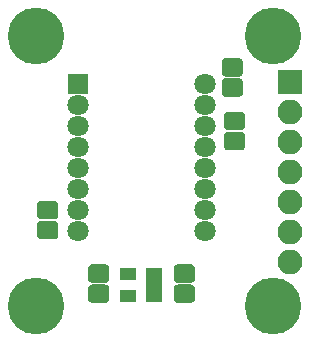
<source format=gbr>
G04 #@! TF.GenerationSoftware,KiCad,Pcbnew,(5.0.0-rc3-dev)*
G04 #@! TF.CreationDate,2018-07-03T21:02:48+03:00*
G04 #@! TF.ProjectId,board,626F6172642E6B696361645F70636200,v0.1*
G04 #@! TF.SameCoordinates,Original*
G04 #@! TF.FileFunction,Soldermask,Bot*
G04 #@! TF.FilePolarity,Negative*
%FSLAX46Y46*%
G04 Gerber Fmt 4.6, Leading zero omitted, Abs format (unit mm)*
G04 Created by KiCad (PCBNEW (5.0.0-rc3-dev)) date Tue Jul  3 21:02:48 2018*
%MOMM*%
%LPD*%
G01*
G04 APERTURE LIST*
%ADD10C,1.100000*%
%ADD11C,4.800000*%
%ADD12R,2.100000X2.100000*%
%ADD13O,2.100000X2.100000*%
%ADD14C,0.100000*%
%ADD15C,1.550000*%
%ADD16R,1.460000X1.050000*%
%ADD17C,1.800000*%
%ADD18R,1.800000X1.800000*%
G04 APERTURE END LIST*
D10*
G04 #@! TO.C,J6*
X140612726Y-48363274D03*
X139446000Y-47880000D03*
X138279274Y-48363274D03*
X137796000Y-49530000D03*
X138279274Y-50696726D03*
X139446000Y-51180000D03*
X140612726Y-50696726D03*
X141096000Y-49530000D03*
D11*
X139446000Y-49530000D03*
G04 #@! TD*
G04 #@! TO.C,J5*
X139446000Y-72390000D03*
D10*
X141096000Y-72390000D03*
X140612726Y-73556726D03*
X139446000Y-74040000D03*
X138279274Y-73556726D03*
X137796000Y-72390000D03*
X138279274Y-71223274D03*
X139446000Y-70740000D03*
X140612726Y-71223274D03*
G04 #@! TD*
G04 #@! TO.C,J4*
X120546726Y-48363274D03*
X119380000Y-47880000D03*
X118213274Y-48363274D03*
X117730000Y-49530000D03*
X118213274Y-50696726D03*
X119380000Y-51180000D03*
X120546726Y-50696726D03*
X121030000Y-49530000D03*
D11*
X119380000Y-49530000D03*
G04 #@! TD*
G04 #@! TO.C,J3*
X119380000Y-72390000D03*
D10*
X121030000Y-72390000D03*
X120546726Y-73556726D03*
X119380000Y-74040000D03*
X118213274Y-73556726D03*
X117730000Y-72390000D03*
X118213274Y-71223274D03*
X119380000Y-70740000D03*
X120546726Y-71223274D03*
G04 #@! TD*
D12*
G04 #@! TO.C,J2*
X140944600Y-53365400D03*
D13*
X140944600Y-55905400D03*
X140944600Y-58445400D03*
X140944600Y-60985400D03*
X140944600Y-63525400D03*
X140944600Y-66065400D03*
X140944600Y-68605400D03*
G04 #@! TD*
D14*
G04 #@! TO.C,C4*
G36*
X125310071Y-70529623D02*
X125342781Y-70534475D01*
X125374857Y-70542509D01*
X125405991Y-70553649D01*
X125435884Y-70567787D01*
X125464247Y-70584787D01*
X125490807Y-70604485D01*
X125515308Y-70626692D01*
X125537515Y-70651193D01*
X125557213Y-70677753D01*
X125574213Y-70706116D01*
X125588351Y-70736009D01*
X125599491Y-70767143D01*
X125607525Y-70799219D01*
X125612377Y-70831929D01*
X125614000Y-70864956D01*
X125614000Y-71741044D01*
X125612377Y-71774071D01*
X125607525Y-71806781D01*
X125599491Y-71838857D01*
X125588351Y-71869991D01*
X125574213Y-71899884D01*
X125557213Y-71928247D01*
X125537515Y-71954807D01*
X125515308Y-71979308D01*
X125490807Y-72001515D01*
X125464247Y-72021213D01*
X125435884Y-72038213D01*
X125405991Y-72052351D01*
X125374857Y-72063491D01*
X125342781Y-72071525D01*
X125310071Y-72076377D01*
X125277044Y-72078000D01*
X124150956Y-72078000D01*
X124117929Y-72076377D01*
X124085219Y-72071525D01*
X124053143Y-72063491D01*
X124022009Y-72052351D01*
X123992116Y-72038213D01*
X123963753Y-72021213D01*
X123937193Y-72001515D01*
X123912692Y-71979308D01*
X123890485Y-71954807D01*
X123870787Y-71928247D01*
X123853787Y-71899884D01*
X123839649Y-71869991D01*
X123828509Y-71838857D01*
X123820475Y-71806781D01*
X123815623Y-71774071D01*
X123814000Y-71741044D01*
X123814000Y-70864956D01*
X123815623Y-70831929D01*
X123820475Y-70799219D01*
X123828509Y-70767143D01*
X123839649Y-70736009D01*
X123853787Y-70706116D01*
X123870787Y-70677753D01*
X123890485Y-70651193D01*
X123912692Y-70626692D01*
X123937193Y-70604485D01*
X123963753Y-70584787D01*
X123992116Y-70567787D01*
X124022009Y-70553649D01*
X124053143Y-70542509D01*
X124085219Y-70534475D01*
X124117929Y-70529623D01*
X124150956Y-70528000D01*
X125277044Y-70528000D01*
X125310071Y-70529623D01*
X125310071Y-70529623D01*
G37*
D15*
X124714000Y-71303000D03*
D14*
G36*
X125310071Y-68829623D02*
X125342781Y-68834475D01*
X125374857Y-68842509D01*
X125405991Y-68853649D01*
X125435884Y-68867787D01*
X125464247Y-68884787D01*
X125490807Y-68904485D01*
X125515308Y-68926692D01*
X125537515Y-68951193D01*
X125557213Y-68977753D01*
X125574213Y-69006116D01*
X125588351Y-69036009D01*
X125599491Y-69067143D01*
X125607525Y-69099219D01*
X125612377Y-69131929D01*
X125614000Y-69164956D01*
X125614000Y-70041044D01*
X125612377Y-70074071D01*
X125607525Y-70106781D01*
X125599491Y-70138857D01*
X125588351Y-70169991D01*
X125574213Y-70199884D01*
X125557213Y-70228247D01*
X125537515Y-70254807D01*
X125515308Y-70279308D01*
X125490807Y-70301515D01*
X125464247Y-70321213D01*
X125435884Y-70338213D01*
X125405991Y-70352351D01*
X125374857Y-70363491D01*
X125342781Y-70371525D01*
X125310071Y-70376377D01*
X125277044Y-70378000D01*
X124150956Y-70378000D01*
X124117929Y-70376377D01*
X124085219Y-70371525D01*
X124053143Y-70363491D01*
X124022009Y-70352351D01*
X123992116Y-70338213D01*
X123963753Y-70321213D01*
X123937193Y-70301515D01*
X123912692Y-70279308D01*
X123890485Y-70254807D01*
X123870787Y-70228247D01*
X123853787Y-70199884D01*
X123839649Y-70169991D01*
X123828509Y-70138857D01*
X123820475Y-70106781D01*
X123815623Y-70074071D01*
X123814000Y-70041044D01*
X123814000Y-69164956D01*
X123815623Y-69131929D01*
X123820475Y-69099219D01*
X123828509Y-69067143D01*
X123839649Y-69036009D01*
X123853787Y-69006116D01*
X123870787Y-68977753D01*
X123890485Y-68951193D01*
X123912692Y-68926692D01*
X123937193Y-68904485D01*
X123963753Y-68884787D01*
X123992116Y-68867787D01*
X124022009Y-68853649D01*
X124053143Y-68842509D01*
X124085219Y-68834475D01*
X124117929Y-68829623D01*
X124150956Y-68828000D01*
X125277044Y-68828000D01*
X125310071Y-68829623D01*
X125310071Y-68829623D01*
G37*
D15*
X124714000Y-69603000D03*
G04 #@! TD*
D14*
G04 #@! TO.C,C3*
G36*
X132549071Y-68829623D02*
X132581781Y-68834475D01*
X132613857Y-68842509D01*
X132644991Y-68853649D01*
X132674884Y-68867787D01*
X132703247Y-68884787D01*
X132729807Y-68904485D01*
X132754308Y-68926692D01*
X132776515Y-68951193D01*
X132796213Y-68977753D01*
X132813213Y-69006116D01*
X132827351Y-69036009D01*
X132838491Y-69067143D01*
X132846525Y-69099219D01*
X132851377Y-69131929D01*
X132853000Y-69164956D01*
X132853000Y-70041044D01*
X132851377Y-70074071D01*
X132846525Y-70106781D01*
X132838491Y-70138857D01*
X132827351Y-70169991D01*
X132813213Y-70199884D01*
X132796213Y-70228247D01*
X132776515Y-70254807D01*
X132754308Y-70279308D01*
X132729807Y-70301515D01*
X132703247Y-70321213D01*
X132674884Y-70338213D01*
X132644991Y-70352351D01*
X132613857Y-70363491D01*
X132581781Y-70371525D01*
X132549071Y-70376377D01*
X132516044Y-70378000D01*
X131389956Y-70378000D01*
X131356929Y-70376377D01*
X131324219Y-70371525D01*
X131292143Y-70363491D01*
X131261009Y-70352351D01*
X131231116Y-70338213D01*
X131202753Y-70321213D01*
X131176193Y-70301515D01*
X131151692Y-70279308D01*
X131129485Y-70254807D01*
X131109787Y-70228247D01*
X131092787Y-70199884D01*
X131078649Y-70169991D01*
X131067509Y-70138857D01*
X131059475Y-70106781D01*
X131054623Y-70074071D01*
X131053000Y-70041044D01*
X131053000Y-69164956D01*
X131054623Y-69131929D01*
X131059475Y-69099219D01*
X131067509Y-69067143D01*
X131078649Y-69036009D01*
X131092787Y-69006116D01*
X131109787Y-68977753D01*
X131129485Y-68951193D01*
X131151692Y-68926692D01*
X131176193Y-68904485D01*
X131202753Y-68884787D01*
X131231116Y-68867787D01*
X131261009Y-68853649D01*
X131292143Y-68842509D01*
X131324219Y-68834475D01*
X131356929Y-68829623D01*
X131389956Y-68828000D01*
X132516044Y-68828000D01*
X132549071Y-68829623D01*
X132549071Y-68829623D01*
G37*
D15*
X131953000Y-69603000D03*
D14*
G36*
X132549071Y-70529623D02*
X132581781Y-70534475D01*
X132613857Y-70542509D01*
X132644991Y-70553649D01*
X132674884Y-70567787D01*
X132703247Y-70584787D01*
X132729807Y-70604485D01*
X132754308Y-70626692D01*
X132776515Y-70651193D01*
X132796213Y-70677753D01*
X132813213Y-70706116D01*
X132827351Y-70736009D01*
X132838491Y-70767143D01*
X132846525Y-70799219D01*
X132851377Y-70831929D01*
X132853000Y-70864956D01*
X132853000Y-71741044D01*
X132851377Y-71774071D01*
X132846525Y-71806781D01*
X132838491Y-71838857D01*
X132827351Y-71869991D01*
X132813213Y-71899884D01*
X132796213Y-71928247D01*
X132776515Y-71954807D01*
X132754308Y-71979308D01*
X132729807Y-72001515D01*
X132703247Y-72021213D01*
X132674884Y-72038213D01*
X132644991Y-72052351D01*
X132613857Y-72063491D01*
X132581781Y-72071525D01*
X132549071Y-72076377D01*
X132516044Y-72078000D01*
X131389956Y-72078000D01*
X131356929Y-72076377D01*
X131324219Y-72071525D01*
X131292143Y-72063491D01*
X131261009Y-72052351D01*
X131231116Y-72038213D01*
X131202753Y-72021213D01*
X131176193Y-72001515D01*
X131151692Y-71979308D01*
X131129485Y-71954807D01*
X131109787Y-71928247D01*
X131092787Y-71899884D01*
X131078649Y-71869991D01*
X131067509Y-71838857D01*
X131059475Y-71806781D01*
X131054623Y-71774071D01*
X131053000Y-71741044D01*
X131053000Y-70864956D01*
X131054623Y-70831929D01*
X131059475Y-70799219D01*
X131067509Y-70767143D01*
X131078649Y-70736009D01*
X131092787Y-70706116D01*
X131109787Y-70677753D01*
X131129485Y-70651193D01*
X131151692Y-70626692D01*
X131176193Y-70604485D01*
X131202753Y-70584787D01*
X131231116Y-70567787D01*
X131261009Y-70553649D01*
X131292143Y-70542509D01*
X131324219Y-70534475D01*
X131356929Y-70529623D01*
X131389956Y-70528000D01*
X132516044Y-70528000D01*
X132549071Y-70529623D01*
X132549071Y-70529623D01*
G37*
D15*
X131953000Y-71303000D03*
G04 #@! TD*
D16*
G04 #@! TO.C,U1*
X129416356Y-69623000D03*
X129416356Y-70573000D03*
X129416356Y-71523000D03*
X127216356Y-71523000D03*
X127216356Y-69623000D03*
G04 #@! TD*
D17*
G04 #@! TO.C,J1*
X133686800Y-66003200D03*
D18*
X122986800Y-53543200D03*
D17*
X133686800Y-64223200D03*
X122986800Y-55323200D03*
X133686800Y-62443200D03*
X122986800Y-57103200D03*
X133686800Y-60663200D03*
X122986800Y-58883200D03*
X133686800Y-58883200D03*
X122986800Y-60663200D03*
X133686800Y-57103200D03*
X122986800Y-62443200D03*
X133686800Y-55323200D03*
X122986800Y-64223200D03*
X133686800Y-53543200D03*
X122986800Y-66003200D03*
G04 #@! TD*
D14*
G04 #@! TO.C,R4*
G36*
X136803571Y-55907623D02*
X136836281Y-55912475D01*
X136868357Y-55920509D01*
X136899491Y-55931649D01*
X136929384Y-55945787D01*
X136957747Y-55962787D01*
X136984307Y-55982485D01*
X137008808Y-56004692D01*
X137031015Y-56029193D01*
X137050713Y-56055753D01*
X137067713Y-56084116D01*
X137081851Y-56114009D01*
X137092991Y-56145143D01*
X137101025Y-56177219D01*
X137105877Y-56209929D01*
X137107500Y-56242956D01*
X137107500Y-57119044D01*
X137105877Y-57152071D01*
X137101025Y-57184781D01*
X137092991Y-57216857D01*
X137081851Y-57247991D01*
X137067713Y-57277884D01*
X137050713Y-57306247D01*
X137031015Y-57332807D01*
X137008808Y-57357308D01*
X136984307Y-57379515D01*
X136957747Y-57399213D01*
X136929384Y-57416213D01*
X136899491Y-57430351D01*
X136868357Y-57441491D01*
X136836281Y-57449525D01*
X136803571Y-57454377D01*
X136770544Y-57456000D01*
X135644456Y-57456000D01*
X135611429Y-57454377D01*
X135578719Y-57449525D01*
X135546643Y-57441491D01*
X135515509Y-57430351D01*
X135485616Y-57416213D01*
X135457253Y-57399213D01*
X135430693Y-57379515D01*
X135406192Y-57357308D01*
X135383985Y-57332807D01*
X135364287Y-57306247D01*
X135347287Y-57277884D01*
X135333149Y-57247991D01*
X135322009Y-57216857D01*
X135313975Y-57184781D01*
X135309123Y-57152071D01*
X135307500Y-57119044D01*
X135307500Y-56242956D01*
X135309123Y-56209929D01*
X135313975Y-56177219D01*
X135322009Y-56145143D01*
X135333149Y-56114009D01*
X135347287Y-56084116D01*
X135364287Y-56055753D01*
X135383985Y-56029193D01*
X135406192Y-56004692D01*
X135430693Y-55982485D01*
X135457253Y-55962787D01*
X135485616Y-55945787D01*
X135515509Y-55931649D01*
X135546643Y-55920509D01*
X135578719Y-55912475D01*
X135611429Y-55907623D01*
X135644456Y-55906000D01*
X136770544Y-55906000D01*
X136803571Y-55907623D01*
X136803571Y-55907623D01*
G37*
D15*
X136207500Y-56681000D03*
D14*
G36*
X136803571Y-57607623D02*
X136836281Y-57612475D01*
X136868357Y-57620509D01*
X136899491Y-57631649D01*
X136929384Y-57645787D01*
X136957747Y-57662787D01*
X136984307Y-57682485D01*
X137008808Y-57704692D01*
X137031015Y-57729193D01*
X137050713Y-57755753D01*
X137067713Y-57784116D01*
X137081851Y-57814009D01*
X137092991Y-57845143D01*
X137101025Y-57877219D01*
X137105877Y-57909929D01*
X137107500Y-57942956D01*
X137107500Y-58819044D01*
X137105877Y-58852071D01*
X137101025Y-58884781D01*
X137092991Y-58916857D01*
X137081851Y-58947991D01*
X137067713Y-58977884D01*
X137050713Y-59006247D01*
X137031015Y-59032807D01*
X137008808Y-59057308D01*
X136984307Y-59079515D01*
X136957747Y-59099213D01*
X136929384Y-59116213D01*
X136899491Y-59130351D01*
X136868357Y-59141491D01*
X136836281Y-59149525D01*
X136803571Y-59154377D01*
X136770544Y-59156000D01*
X135644456Y-59156000D01*
X135611429Y-59154377D01*
X135578719Y-59149525D01*
X135546643Y-59141491D01*
X135515509Y-59130351D01*
X135485616Y-59116213D01*
X135457253Y-59099213D01*
X135430693Y-59079515D01*
X135406192Y-59057308D01*
X135383985Y-59032807D01*
X135364287Y-59006247D01*
X135347287Y-58977884D01*
X135333149Y-58947991D01*
X135322009Y-58916857D01*
X135313975Y-58884781D01*
X135309123Y-58852071D01*
X135307500Y-58819044D01*
X135307500Y-57942956D01*
X135309123Y-57909929D01*
X135313975Y-57877219D01*
X135322009Y-57845143D01*
X135333149Y-57814009D01*
X135347287Y-57784116D01*
X135364287Y-57755753D01*
X135383985Y-57729193D01*
X135406192Y-57704692D01*
X135430693Y-57682485D01*
X135457253Y-57662787D01*
X135485616Y-57645787D01*
X135515509Y-57631649D01*
X135546643Y-57620509D01*
X135578719Y-57612475D01*
X135611429Y-57607623D01*
X135644456Y-57606000D01*
X136770544Y-57606000D01*
X136803571Y-57607623D01*
X136803571Y-57607623D01*
G37*
D15*
X136207500Y-58381000D03*
G04 #@! TD*
D14*
G04 #@! TO.C,R3*
G36*
X120992071Y-65149823D02*
X121024781Y-65154675D01*
X121056857Y-65162709D01*
X121087991Y-65173849D01*
X121117884Y-65187987D01*
X121146247Y-65204987D01*
X121172807Y-65224685D01*
X121197308Y-65246892D01*
X121219515Y-65271393D01*
X121239213Y-65297953D01*
X121256213Y-65326316D01*
X121270351Y-65356209D01*
X121281491Y-65387343D01*
X121289525Y-65419419D01*
X121294377Y-65452129D01*
X121296000Y-65485156D01*
X121296000Y-66361244D01*
X121294377Y-66394271D01*
X121289525Y-66426981D01*
X121281491Y-66459057D01*
X121270351Y-66490191D01*
X121256213Y-66520084D01*
X121239213Y-66548447D01*
X121219515Y-66575007D01*
X121197308Y-66599508D01*
X121172807Y-66621715D01*
X121146247Y-66641413D01*
X121117884Y-66658413D01*
X121087991Y-66672551D01*
X121056857Y-66683691D01*
X121024781Y-66691725D01*
X120992071Y-66696577D01*
X120959044Y-66698200D01*
X119832956Y-66698200D01*
X119799929Y-66696577D01*
X119767219Y-66691725D01*
X119735143Y-66683691D01*
X119704009Y-66672551D01*
X119674116Y-66658413D01*
X119645753Y-66641413D01*
X119619193Y-66621715D01*
X119594692Y-66599508D01*
X119572485Y-66575007D01*
X119552787Y-66548447D01*
X119535787Y-66520084D01*
X119521649Y-66490191D01*
X119510509Y-66459057D01*
X119502475Y-66426981D01*
X119497623Y-66394271D01*
X119496000Y-66361244D01*
X119496000Y-65485156D01*
X119497623Y-65452129D01*
X119502475Y-65419419D01*
X119510509Y-65387343D01*
X119521649Y-65356209D01*
X119535787Y-65326316D01*
X119552787Y-65297953D01*
X119572485Y-65271393D01*
X119594692Y-65246892D01*
X119619193Y-65224685D01*
X119645753Y-65204987D01*
X119674116Y-65187987D01*
X119704009Y-65173849D01*
X119735143Y-65162709D01*
X119767219Y-65154675D01*
X119799929Y-65149823D01*
X119832956Y-65148200D01*
X120959044Y-65148200D01*
X120992071Y-65149823D01*
X120992071Y-65149823D01*
G37*
D15*
X120396000Y-65923200D03*
D14*
G36*
X120992071Y-63449823D02*
X121024781Y-63454675D01*
X121056857Y-63462709D01*
X121087991Y-63473849D01*
X121117884Y-63487987D01*
X121146247Y-63504987D01*
X121172807Y-63524685D01*
X121197308Y-63546892D01*
X121219515Y-63571393D01*
X121239213Y-63597953D01*
X121256213Y-63626316D01*
X121270351Y-63656209D01*
X121281491Y-63687343D01*
X121289525Y-63719419D01*
X121294377Y-63752129D01*
X121296000Y-63785156D01*
X121296000Y-64661244D01*
X121294377Y-64694271D01*
X121289525Y-64726981D01*
X121281491Y-64759057D01*
X121270351Y-64790191D01*
X121256213Y-64820084D01*
X121239213Y-64848447D01*
X121219515Y-64875007D01*
X121197308Y-64899508D01*
X121172807Y-64921715D01*
X121146247Y-64941413D01*
X121117884Y-64958413D01*
X121087991Y-64972551D01*
X121056857Y-64983691D01*
X121024781Y-64991725D01*
X120992071Y-64996577D01*
X120959044Y-64998200D01*
X119832956Y-64998200D01*
X119799929Y-64996577D01*
X119767219Y-64991725D01*
X119735143Y-64983691D01*
X119704009Y-64972551D01*
X119674116Y-64958413D01*
X119645753Y-64941413D01*
X119619193Y-64921715D01*
X119594692Y-64899508D01*
X119572485Y-64875007D01*
X119552787Y-64848447D01*
X119535787Y-64820084D01*
X119521649Y-64790191D01*
X119510509Y-64759057D01*
X119502475Y-64726981D01*
X119497623Y-64694271D01*
X119496000Y-64661244D01*
X119496000Y-63785156D01*
X119497623Y-63752129D01*
X119502475Y-63719419D01*
X119510509Y-63687343D01*
X119521649Y-63656209D01*
X119535787Y-63626316D01*
X119552787Y-63597953D01*
X119572485Y-63571393D01*
X119594692Y-63546892D01*
X119619193Y-63524685D01*
X119645753Y-63504987D01*
X119674116Y-63487987D01*
X119704009Y-63473849D01*
X119735143Y-63462709D01*
X119767219Y-63454675D01*
X119799929Y-63449823D01*
X119832956Y-63448200D01*
X120959044Y-63448200D01*
X120992071Y-63449823D01*
X120992071Y-63449823D01*
G37*
D15*
X120396000Y-64223200D03*
G04 #@! TD*
D14*
G04 #@! TO.C,R2*
G36*
X136613071Y-51374623D02*
X136645781Y-51379475D01*
X136677857Y-51387509D01*
X136708991Y-51398649D01*
X136738884Y-51412787D01*
X136767247Y-51429787D01*
X136793807Y-51449485D01*
X136818308Y-51471692D01*
X136840515Y-51496193D01*
X136860213Y-51522753D01*
X136877213Y-51551116D01*
X136891351Y-51581009D01*
X136902491Y-51612143D01*
X136910525Y-51644219D01*
X136915377Y-51676929D01*
X136917000Y-51709956D01*
X136917000Y-52586044D01*
X136915377Y-52619071D01*
X136910525Y-52651781D01*
X136902491Y-52683857D01*
X136891351Y-52714991D01*
X136877213Y-52744884D01*
X136860213Y-52773247D01*
X136840515Y-52799807D01*
X136818308Y-52824308D01*
X136793807Y-52846515D01*
X136767247Y-52866213D01*
X136738884Y-52883213D01*
X136708991Y-52897351D01*
X136677857Y-52908491D01*
X136645781Y-52916525D01*
X136613071Y-52921377D01*
X136580044Y-52923000D01*
X135453956Y-52923000D01*
X135420929Y-52921377D01*
X135388219Y-52916525D01*
X135356143Y-52908491D01*
X135325009Y-52897351D01*
X135295116Y-52883213D01*
X135266753Y-52866213D01*
X135240193Y-52846515D01*
X135215692Y-52824308D01*
X135193485Y-52799807D01*
X135173787Y-52773247D01*
X135156787Y-52744884D01*
X135142649Y-52714991D01*
X135131509Y-52683857D01*
X135123475Y-52651781D01*
X135118623Y-52619071D01*
X135117000Y-52586044D01*
X135117000Y-51709956D01*
X135118623Y-51676929D01*
X135123475Y-51644219D01*
X135131509Y-51612143D01*
X135142649Y-51581009D01*
X135156787Y-51551116D01*
X135173787Y-51522753D01*
X135193485Y-51496193D01*
X135215692Y-51471692D01*
X135240193Y-51449485D01*
X135266753Y-51429787D01*
X135295116Y-51412787D01*
X135325009Y-51398649D01*
X135356143Y-51387509D01*
X135388219Y-51379475D01*
X135420929Y-51374623D01*
X135453956Y-51373000D01*
X136580044Y-51373000D01*
X136613071Y-51374623D01*
X136613071Y-51374623D01*
G37*
D15*
X136017000Y-52148000D03*
D14*
G36*
X136613071Y-53074623D02*
X136645781Y-53079475D01*
X136677857Y-53087509D01*
X136708991Y-53098649D01*
X136738884Y-53112787D01*
X136767247Y-53129787D01*
X136793807Y-53149485D01*
X136818308Y-53171692D01*
X136840515Y-53196193D01*
X136860213Y-53222753D01*
X136877213Y-53251116D01*
X136891351Y-53281009D01*
X136902491Y-53312143D01*
X136910525Y-53344219D01*
X136915377Y-53376929D01*
X136917000Y-53409956D01*
X136917000Y-54286044D01*
X136915377Y-54319071D01*
X136910525Y-54351781D01*
X136902491Y-54383857D01*
X136891351Y-54414991D01*
X136877213Y-54444884D01*
X136860213Y-54473247D01*
X136840515Y-54499807D01*
X136818308Y-54524308D01*
X136793807Y-54546515D01*
X136767247Y-54566213D01*
X136738884Y-54583213D01*
X136708991Y-54597351D01*
X136677857Y-54608491D01*
X136645781Y-54616525D01*
X136613071Y-54621377D01*
X136580044Y-54623000D01*
X135453956Y-54623000D01*
X135420929Y-54621377D01*
X135388219Y-54616525D01*
X135356143Y-54608491D01*
X135325009Y-54597351D01*
X135295116Y-54583213D01*
X135266753Y-54566213D01*
X135240193Y-54546515D01*
X135215692Y-54524308D01*
X135193485Y-54499807D01*
X135173787Y-54473247D01*
X135156787Y-54444884D01*
X135142649Y-54414991D01*
X135131509Y-54383857D01*
X135123475Y-54351781D01*
X135118623Y-54319071D01*
X135117000Y-54286044D01*
X135117000Y-53409956D01*
X135118623Y-53376929D01*
X135123475Y-53344219D01*
X135131509Y-53312143D01*
X135142649Y-53281009D01*
X135156787Y-53251116D01*
X135173787Y-53222753D01*
X135193485Y-53196193D01*
X135215692Y-53171692D01*
X135240193Y-53149485D01*
X135266753Y-53129787D01*
X135295116Y-53112787D01*
X135325009Y-53098649D01*
X135356143Y-53087509D01*
X135388219Y-53079475D01*
X135420929Y-53074623D01*
X135453956Y-53073000D01*
X136580044Y-53073000D01*
X136613071Y-53074623D01*
X136613071Y-53074623D01*
G37*
D15*
X136017000Y-53848000D03*
G04 #@! TD*
M02*

</source>
